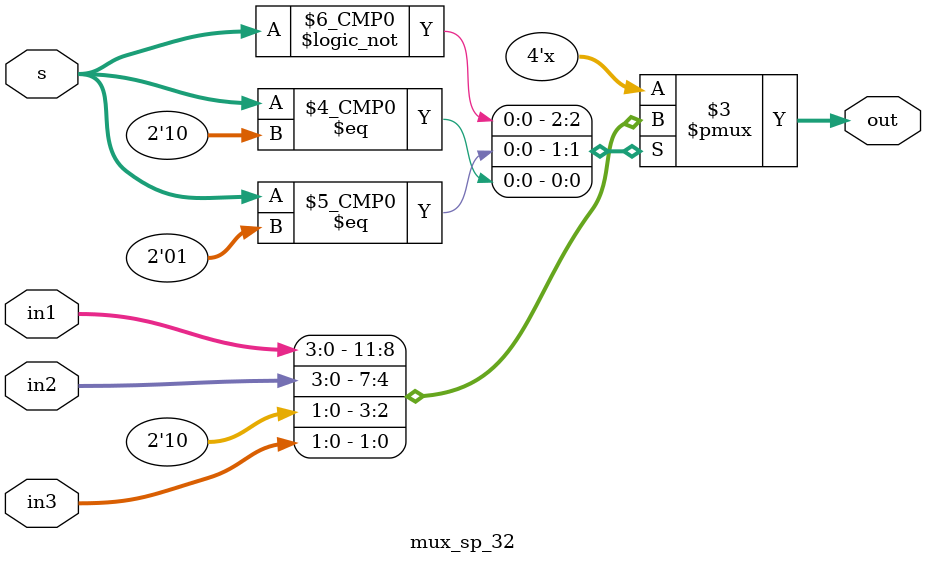
<source format=v>
module mux_sp_32 (out, s, in1, in2, in3);

output reg [3:0] out;
input [3:0] in1, in2;
input [1:0] in3;
input [1:0] s;

always @(*)
begin
	case(s)
	2'b00	: out = in1;
	2'b01	: out = in2;
	2'b10	: out = {2'b10,in3};
	endcase
end

endmodule
</source>
